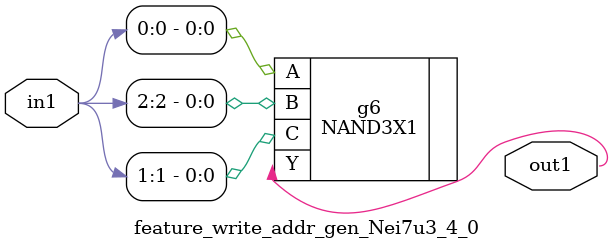
<source format=v>
`timescale 1ps / 1ps


module feature_write_addr_gen_Nei7u3_4_0(in1, out1);
  input [2:0] in1;
  output out1;
  wire [2:0] in1;
  wire out1;
  NAND3X1 g6(.A (in1[0]), .B (in1[2]), .C (in1[1]), .Y (out1));
endmodule



</source>
